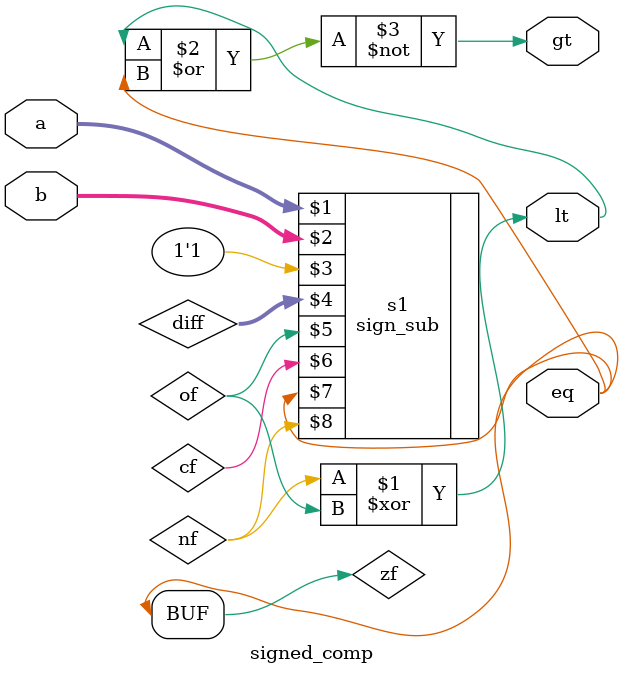
<source format=v>
`timescale 1ns / 1ps
module signed_comp(input wire signed [31:0]a,b,output wire lt,gt,eq);
    wire zf,cf,nf,of;
    wire signed [31:0] diff;
    sign_sub s1(a,b,1'b1,diff,of,cf,zf,nf);
    assign lt=nf^of;
    assign gt=~(lt|eq);
    assign eq=zf;
endmodule

</source>
